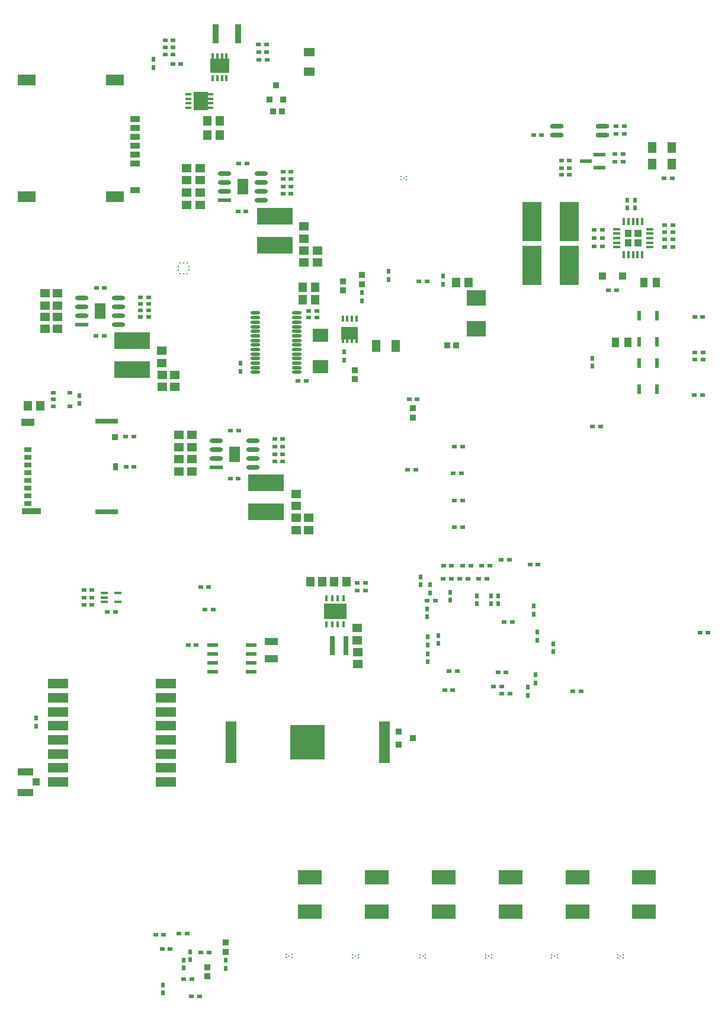
<source format=gbp>
G04*
G04 #@! TF.GenerationSoftware,Altium Limited,Altium Designer,24.0.1 (36)*
G04*
G04 Layer_Color=128*
%FSLAX42Y42*%
%MOMM*%
G71*
G04*
G04 #@! TF.SameCoordinates,E1E02590-05F2-4693-A132-99C86EA4FF08*
G04*
G04*
G04 #@! TF.FilePolarity,Positive*
G04*
G01*
G75*
%ADD23R,0.60X0.75*%
%ADD25R,0.85X0.95*%
%ADD26R,0.75X0.60*%
%ADD33R,0.95X0.85*%
%ADD34R,1.35X1.15*%
%ADD38R,0.81X0.36*%
%ADD39R,0.90X0.90*%
%ADD41R,0.90X0.90*%
%ADD42R,0.36X0.81*%
%ADD48R,1.65X1.20*%
%ADD52R,1.12X0.36*%
%ADD184C,0.25*%
%ADD185R,1.35X0.90*%
%ADD186R,2.61X1.56*%
%ADD187R,0.25X0.28*%
%ADD188R,0.28X0.25*%
%ADD189R,2.74X2.16*%
%ADD191R,3.51X2.07*%
%ADD192R,0.33X0.91*%
%ADD193R,0.80X2.70*%
%ADD194R,1.15X1.35*%
%ADD195O,1.40X0.45*%
%ADD196R,0.36X0.86*%
%ADD197R,1.27X1.78*%
%ADD198R,2.26X1.88*%
%ADD199R,3.00X1.40*%
%ADD200R,1.05X1.00*%
%ADD201R,0.55X1.40*%
G04:AMPARAMS|DCode=202|XSize=1.93mm|YSize=0.61mm|CornerRadius=0.31mm|HoleSize=0mm|Usage=FLASHONLY|Rotation=0.000|XOffset=0mm|YOffset=0mm|HoleType=Round|Shape=RoundedRectangle|*
%AMROUNDEDRECTD202*
21,1,1.93,0.00,0,0,0.0*
21,1,1.32,0.61,0,0,0.0*
1,1,0.61,0.66,0.00*
1,1,0.61,-0.66,0.00*
1,1,0.61,-0.66,0.00*
1,1,0.61,0.66,0.00*
%
%ADD202ROUNDEDRECTD202*%
%ADD203R,1.93X0.61*%
%ADD204R,5.10X2.35*%
%ADD205R,0.80X0.55*%
%ADD206R,1.10X0.70*%
%ADD207R,0.78X1.05*%
%ADD208R,0.93X0.90*%
%ADD209R,1.50X6.00*%
%ADD210R,1.14X1.47*%
G04:AMPARAMS|DCode=212|XSize=1.05mm|YSize=0.34mm|CornerRadius=0.04mm|HoleSize=0mm|Usage=FLASHONLY|Rotation=270.000|XOffset=0mm|YOffset=0mm|HoleType=Round|Shape=RoundedRectangle|*
%AMROUNDEDRECTD212*
21,1,1.05,0.25,0,0,270.0*
21,1,0.97,0.34,0,0,270.0*
1,1,0.09,-0.13,-0.48*
1,1,0.09,-0.13,0.48*
1,1,0.09,0.13,0.48*
1,1,0.09,0.13,-0.48*
%
%ADD212ROUNDEDRECTD212*%
%ADD214R,1.50X0.60*%
%ADD215O,1.95X0.65*%
G04:AMPARAMS|DCode=216|XSize=0.34mm|YSize=1.05mm|CornerRadius=0.04mm|HoleSize=0mm|Usage=FLASHONLY|Rotation=270.000|XOffset=0mm|YOffset=0mm|HoleType=Round|Shape=RoundedRectangle|*
%AMROUNDEDRECTD216*
21,1,0.34,0.97,0,0,270.0*
21,1,0.25,1.05,0,0,270.0*
1,1,0.09,-0.48,-0.13*
1,1,0.09,-0.48,0.13*
1,1,0.09,0.48,0.13*
1,1,0.09,0.48,-0.13*
%
%ADD216ROUNDEDRECTD216*%
%ADD217R,1.20X1.65*%
%ADD218R,2.70X5.60*%
%ADD219R,0.96X2.72*%
%ADD220R,1.70X0.60*%
%ADD221R,1.90X1.10*%
%ADD223R,3.23X2.31*%
%ADD224R,2.20X1.05*%
%ADD225R,3.33X0.70*%
%ADD226R,2.80X0.86*%
%ADD227R,1.83X1.14*%
%ADD228R,5.00X5.00*%
%ADD266R,1.61X2.25*%
%ADD267R,1.10X1.10*%
G36*
X3093Y13536D02*
X2824D01*
Y13736D01*
X3093D01*
Y13536D01*
D02*
G37*
G36*
X2789Y12997D02*
X2588D01*
Y13266D01*
X2789D01*
Y12997D01*
D02*
G37*
G36*
X8985Y11192D02*
X8885D01*
Y11292D01*
X8985D01*
Y11192D01*
D02*
G37*
G36*
X8846D02*
X8746D01*
Y11292D01*
X8846D01*
Y11192D01*
D02*
G37*
G36*
X8985Y11053D02*
X8885D01*
Y11153D01*
X8985D01*
Y11053D01*
D02*
G37*
G36*
X8846D02*
X8746D01*
Y11153D01*
X8846D01*
Y11053D01*
D02*
G37*
G36*
X4929Y9723D02*
X4698D01*
Y9903D01*
X4929D01*
Y9723D01*
D02*
G37*
G36*
X4758Y5731D02*
X4617D01*
Y5943D01*
X4758D01*
Y5731D01*
D02*
G37*
G36*
X4597D02*
X4455D01*
Y5943D01*
X4597D01*
Y5731D01*
D02*
G37*
D23*
X7365Y4754D02*
D03*
Y4639D02*
D03*
X5371Y10695D02*
D03*
Y10580D02*
D03*
X3046Y850D02*
D03*
Y735D02*
D03*
X7443Y5799D02*
D03*
Y5914D02*
D03*
X8287Y9339D02*
D03*
X6250Y6111D02*
D03*
X5965Y6101D02*
D03*
X8287Y9454D02*
D03*
X6834Y6060D02*
D03*
X4736Y9547D02*
D03*
X7469Y4930D02*
D03*
X5933Y5355D02*
D03*
X7500Y5426D02*
D03*
X7724Y5375D02*
D03*
X5965Y6216D02*
D03*
X332Y4199D02*
D03*
X954Y8924D02*
D03*
X6148Y10514D02*
D03*
X2144Y499D02*
D03*
X2440Y737D02*
D03*
X2535Y973D02*
D03*
X8890Y11717D02*
D03*
X2009Y13725D02*
D03*
X8890Y11602D02*
D03*
X8785D02*
D03*
Y11717D02*
D03*
X4736Y9432D02*
D03*
X2009Y13610D02*
D03*
X4991Y10389D02*
D03*
X2144Y384D02*
D03*
X2440Y852D02*
D03*
X2535Y858D02*
D03*
X332Y4314D02*
D03*
X7469Y4815D02*
D03*
X5933Y5470D02*
D03*
X5932Y5116D02*
D03*
X6085Y5493D02*
D03*
X5921Y5760D02*
D03*
X5831Y6332D02*
D03*
X6834Y5945D02*
D03*
X6941D02*
D03*
X6637Y5945D02*
D03*
X7500Y5541D02*
D03*
X7724Y5260D02*
D03*
X6148Y10629D02*
D03*
X6250Y5996D02*
D03*
X3253Y9382D02*
D03*
X4991Y10274D02*
D03*
X954Y8809D02*
D03*
X5932Y5231D02*
D03*
X6085Y5378D02*
D03*
X5921Y5875D02*
D03*
X5831Y6217D02*
D03*
X6941Y6060D02*
D03*
X6637Y6060D02*
D03*
X3253Y9267D02*
D03*
D25*
X6339Y9639D02*
D03*
X6208Y9640D02*
D03*
X3851Y12980D02*
D03*
X3720D02*
D03*
D26*
X2292Y13794D02*
D03*
X2177D02*
D03*
X2292Y13898D02*
D03*
X2177D02*
D03*
X2287Y13660D02*
D03*
X2402D02*
D03*
X2177Y14003D02*
D03*
X2292D02*
D03*
X2747Y5866D02*
D03*
X2862D02*
D03*
X2687Y6183D02*
D03*
X2802D02*
D03*
X6775Y6300D02*
D03*
X6660D02*
D03*
X7023Y5689D02*
D03*
X7138D02*
D03*
X9939Y5530D02*
D03*
X4923Y6247D02*
D03*
Y6133D02*
D03*
X8007Y4699D02*
D03*
X6428Y7042D02*
D03*
X6315Y7424D02*
D03*
X6413Y7808D02*
D03*
X9750Y9438D02*
D03*
X9746Y10050D02*
D03*
X9750Y9539D02*
D03*
X9744Y8930D02*
D03*
X6315Y8190D02*
D03*
X7051Y4969D02*
D03*
X7106Y4658D02*
D03*
X9824Y5530D02*
D03*
X4229Y10129D02*
D03*
X4230Y10035D02*
D03*
X4344Y10129D02*
D03*
X4345Y10035D02*
D03*
X6354Y4981D02*
D03*
X6819Y6494D02*
D03*
X6547D02*
D03*
X6270D02*
D03*
X6267Y6302D02*
D03*
X7096Y6573D02*
D03*
X5038Y6247D02*
D03*
X8287Y8481D02*
D03*
X8402D02*
D03*
X1824Y10141D02*
D03*
X1824Y10325D02*
D03*
X1824Y10232D02*
D03*
X1939Y10141D02*
D03*
X1939Y10048D02*
D03*
X1194Y10460D02*
D03*
X1193Y9777D02*
D03*
X1308D02*
D03*
X3976Y11911D02*
D03*
X3977Y11810D02*
D03*
X1727Y8335D02*
D03*
X1618Y7904D02*
D03*
X1612Y8335D02*
D03*
X3860Y7982D02*
D03*
X3860Y8081D02*
D03*
X5761Y7864D02*
D03*
X5646D02*
D03*
X5921Y10557D02*
D03*
X5806D02*
D03*
X2560Y581D02*
D03*
X2690Y964D02*
D03*
X2135Y1009D02*
D03*
X2493Y1234D02*
D03*
X2042Y1217D02*
D03*
X2553Y332D02*
D03*
X9435Y11358D02*
D03*
Y11047D02*
D03*
Y11151D02*
D03*
Y11255D02*
D03*
X8629Y10429D02*
D03*
X3626Y13940D02*
D03*
X3629Y13827D02*
D03*
X3633Y13718D02*
D03*
X7557Y12642D02*
D03*
X8623Y12666D02*
D03*
Y12768D02*
D03*
X9320Y11047D02*
D03*
X8428Y11292D02*
D03*
X9320Y11151D02*
D03*
Y11255D02*
D03*
X8428Y11057D02*
D03*
Y11174D02*
D03*
X9320Y11358D02*
D03*
X9427Y12029D02*
D03*
X7842Y12278D02*
D03*
X8725Y12371D02*
D03*
X8313Y11292D02*
D03*
Y11174D02*
D03*
Y11057D02*
D03*
X4195Y9133D02*
D03*
X8514Y10429D02*
D03*
X3518Y13718D02*
D03*
X7957Y12278D02*
D03*
Y12174D02*
D03*
X7957Y12076D02*
D03*
X8738Y12768D02*
D03*
X7842Y12174D02*
D03*
X8609Y12266D02*
D03*
X8610Y12371D02*
D03*
X3511Y13940D02*
D03*
X3514Y13827D02*
D03*
X3745Y8081D02*
D03*
X3861Y11911D02*
D03*
X3111Y8420D02*
D03*
X3745Y8190D02*
D03*
X3745Y8298D02*
D03*
X3109Y7731D02*
D03*
X3224D02*
D03*
X3862Y12123D02*
D03*
X3861Y12018D02*
D03*
X3219Y11555D02*
D03*
X3334D02*
D03*
X3977Y12123D02*
D03*
X5782Y8867D02*
D03*
X3230Y12239D02*
D03*
X1131Y6036D02*
D03*
X1132Y5934D02*
D03*
X1016Y6036D02*
D03*
Y6140D02*
D03*
X2623Y5357D02*
D03*
X2508D02*
D03*
X3745Y7982D02*
D03*
X7442Y12642D02*
D03*
X8738Y12666D02*
D03*
X7842Y12076D02*
D03*
X8724Y12266D02*
D03*
X9312Y12029D02*
D03*
X2378Y1234D02*
D03*
X2445Y581D02*
D03*
X2805Y964D02*
D03*
X2250Y1009D02*
D03*
X2157Y1217D02*
D03*
X3345Y12239D02*
D03*
X3976Y12018D02*
D03*
X6041Y5991D02*
D03*
X6175Y4708D02*
D03*
X6239Y4981D02*
D03*
X6874Y4765D02*
D03*
X6704Y6494D02*
D03*
X6432D02*
D03*
X6155D02*
D03*
X6152Y6302D02*
D03*
X6392Y6302D02*
D03*
X6981Y6573D02*
D03*
X7507Y6508D02*
D03*
X6991Y4658D02*
D03*
X5038Y6133D02*
D03*
X3862Y11810D02*
D03*
X1352Y5829D02*
D03*
X6313Y7042D02*
D03*
X6430Y7424D02*
D03*
X6298Y7808D02*
D03*
X6430Y8190D02*
D03*
X8122Y4699D02*
D03*
X9865Y9438D02*
D03*
X9861Y10050D02*
D03*
X9865Y9539D02*
D03*
X9859Y8930D02*
D03*
X4080Y9133D02*
D03*
X1309Y10460D02*
D03*
X1824Y10048D02*
D03*
X1939Y10232D02*
D03*
X3226Y8420D02*
D03*
X3860Y8190D02*
D03*
X5667Y8867D02*
D03*
X1017Y5934D02*
D03*
X1131Y6140D02*
D03*
X1467Y5829D02*
D03*
X1939Y10325D02*
D03*
X1733Y7904D02*
D03*
X2668Y332D02*
D03*
X5926Y5991D02*
D03*
X6290Y4708D02*
D03*
X6989Y4765D02*
D03*
X6507Y6302D02*
D03*
X7392Y6508D02*
D03*
X6936Y4969D02*
D03*
X3860Y8298D02*
D03*
D33*
X3046Y1103D02*
D03*
Y972D02*
D03*
X2781Y753D02*
D03*
X5715Y8738D02*
D03*
X4892Y9287D02*
D03*
X4991Y10512D02*
D03*
X4716Y10423D02*
D03*
X2781Y622D02*
D03*
X5715Y8607D02*
D03*
X4892Y9156D02*
D03*
X4991Y10643D02*
D03*
X4716Y10554D02*
D03*
D34*
X4928Y5257D02*
D03*
X4927Y5423D02*
D03*
X4164Y10998D02*
D03*
X4164Y11164D02*
D03*
X4357Y10998D02*
D03*
X2560Y8013D02*
D03*
X2558Y8187D02*
D03*
X2374D02*
D03*
X2375Y8013D02*
D03*
X2485Y11820D02*
D03*
X2679Y11999D02*
D03*
X2680Y11820D02*
D03*
X2483Y11999D02*
D03*
X458Y10050D02*
D03*
X638D02*
D03*
X459Y10209D02*
D03*
X639D02*
D03*
X2560Y7838D02*
D03*
X2558Y8362D02*
D03*
X2374D02*
D03*
X2375Y7838D02*
D03*
X4164Y10823D02*
D03*
X4164Y11339D02*
D03*
X4357Y10823D02*
D03*
X2485Y11645D02*
D03*
X2679Y12174D02*
D03*
X4928Y5082D02*
D03*
X4927Y5598D02*
D03*
X4051Y7000D02*
D03*
X2680Y11645D02*
D03*
X2483Y12174D02*
D03*
X2132Y9561D02*
D03*
X2312Y9045D02*
D03*
X2134D02*
D03*
X458Y9875D02*
D03*
X638D02*
D03*
X459Y10384D02*
D03*
X639D02*
D03*
X4051Y7516D02*
D03*
X4230Y7000D02*
D03*
X2132Y9386D02*
D03*
X2312Y9220D02*
D03*
X2134D02*
D03*
X4051Y7175D02*
D03*
X4051Y7341D02*
D03*
X4230Y7175D02*
D03*
D38*
X2507Y13229D02*
D03*
X2827Y13034D02*
D03*
Y13099D02*
D03*
Y13164D02*
D03*
Y13229D02*
D03*
X2507Y13034D02*
D03*
Y13099D02*
D03*
Y13164D02*
D03*
D39*
X5517Y3932D02*
D03*
X5715Y4029D02*
D03*
X5517Y4122D02*
D03*
D41*
X3861Y13157D02*
D03*
X3764Y13355D02*
D03*
X3671Y13157D02*
D03*
D42*
X2861Y13774D02*
D03*
X2926D02*
D03*
X2991D02*
D03*
X3056D02*
D03*
X2861Y13454D02*
D03*
X3056D02*
D03*
X2991D02*
D03*
X2926D02*
D03*
D48*
X4236Y13832D02*
D03*
Y13552D02*
D03*
D52*
X1308Y6036D02*
D03*
Y6102D02*
D03*
X1501D02*
D03*
Y5970D02*
D03*
X1308D02*
D03*
D184*
X5588Y12030D02*
D03*
X5548Y12010D02*
D03*
Y12050D02*
D03*
X5628Y12010D02*
D03*
Y12050D02*
D03*
X8726Y929D02*
D03*
Y889D02*
D03*
X7783Y929D02*
D03*
Y889D02*
D03*
X6842Y929D02*
D03*
Y889D02*
D03*
X5900Y929D02*
D03*
Y889D02*
D03*
X8646Y929D02*
D03*
Y889D02*
D03*
X7703Y929D02*
D03*
Y889D02*
D03*
X4939Y929D02*
D03*
Y889D02*
D03*
X3990Y933D02*
D03*
Y893D02*
D03*
X7743Y909D02*
D03*
X5860D02*
D03*
X4899D02*
D03*
X3950Y913D02*
D03*
X8686Y909D02*
D03*
X6802D02*
D03*
X6762Y929D02*
D03*
Y889D02*
D03*
X5820Y929D02*
D03*
Y889D02*
D03*
X4859Y929D02*
D03*
Y889D02*
D03*
X3910Y933D02*
D03*
Y893D02*
D03*
D185*
X1747Y12745D02*
D03*
Y12491D02*
D03*
Y12364D02*
D03*
Y12237D02*
D03*
Y11856D02*
D03*
Y12618D02*
D03*
Y12872D02*
D03*
D186*
X1459Y13430D02*
D03*
X196D02*
D03*
Y11762D02*
D03*
X1459D02*
D03*
D187*
X2491Y10817D02*
D03*
X2441D02*
D03*
X2391D02*
D03*
Y10665D02*
D03*
X2441D02*
D03*
X2491D02*
D03*
D188*
X2364Y10766D02*
D03*
Y10716D02*
D03*
X2517D02*
D03*
Y10766D02*
D03*
D189*
X6629Y10317D02*
D03*
Y9875D02*
D03*
D191*
X5201Y1544D02*
D03*
Y2039D02*
D03*
X8069Y1544D02*
D03*
X7113D02*
D03*
X9025D02*
D03*
X4245D02*
D03*
X6157D02*
D03*
X8069Y2039D02*
D03*
X4245D02*
D03*
X6157D02*
D03*
X7113D02*
D03*
X9025D02*
D03*
D192*
X4647Y6026D02*
D03*
X4567Y5648D02*
D03*
X4647D02*
D03*
X4567Y6026D02*
D03*
X4487D02*
D03*
Y5648D02*
D03*
X4727D02*
D03*
Y6026D02*
D03*
D193*
X4568Y5347D02*
D03*
X4758D02*
D03*
D194*
X4143Y10473D02*
D03*
Y10295D02*
D03*
X4318Y10473D02*
D03*
Y10295D02*
D03*
X6514Y10539D02*
D03*
X6339D02*
D03*
X391Y8774D02*
D03*
X2781Y12648D02*
D03*
Y12851D02*
D03*
X4426Y6260D02*
D03*
X4592Y6259D02*
D03*
X2956Y12648D02*
D03*
Y12851D02*
D03*
X216Y8774D02*
D03*
X4251Y6260D02*
D03*
X4767Y6259D02*
D03*
D195*
X4061Y9906D02*
D03*
Y10101D02*
D03*
Y10036D02*
D03*
Y9971D02*
D03*
Y9256D02*
D03*
X3471Y9386D02*
D03*
Y9451D02*
D03*
Y9646D02*
D03*
Y9711D02*
D03*
Y9906D02*
D03*
Y9971D02*
D03*
X4061Y9841D02*
D03*
Y9646D02*
D03*
Y9581D02*
D03*
Y9451D02*
D03*
X3471Y9256D02*
D03*
Y9321D02*
D03*
X4061Y9516D02*
D03*
Y9321D02*
D03*
Y9386D02*
D03*
Y9711D02*
D03*
Y9776D02*
D03*
X3471Y10101D02*
D03*
Y10036D02*
D03*
Y9841D02*
D03*
Y9776D02*
D03*
Y9581D02*
D03*
Y9516D02*
D03*
D196*
X4911Y10023D02*
D03*
X4716D02*
D03*
X4781D02*
D03*
X4846D02*
D03*
X4911Y9713D02*
D03*
X4846D02*
D03*
X4781D02*
D03*
X4716D02*
D03*
D197*
X5476Y9627D02*
D03*
X5192D02*
D03*
D198*
X4399Y9780D02*
D03*
Y9338D02*
D03*
D199*
X2190Y4201D02*
D03*
Y4401D02*
D03*
Y4601D02*
D03*
Y4001D02*
D03*
Y3801D02*
D03*
X650Y3401D02*
D03*
Y4201D02*
D03*
X2190Y4801D02*
D03*
Y3401D02*
D03*
X650Y3601D02*
D03*
Y4801D02*
D03*
Y4601D02*
D03*
Y4401D02*
D03*
Y4001D02*
D03*
Y3801D02*
D03*
X2190Y3601D02*
D03*
D200*
X336Y3398D02*
D03*
D201*
X9208Y9013D02*
D03*
X8954Y9383D02*
D03*
X9208Y9689D02*
D03*
X8954Y10059D02*
D03*
Y9689D02*
D03*
Y9013D02*
D03*
X9208Y10059D02*
D03*
Y9383D02*
D03*
D202*
X1513Y10192D02*
D03*
Y10319D02*
D03*
X985D02*
D03*
X1513Y9938D02*
D03*
X3433Y8148D02*
D03*
X3554Y11969D02*
D03*
X2904Y8275D02*
D03*
X3433D02*
D03*
Y7894D02*
D03*
X3554Y12096D02*
D03*
Y11715D02*
D03*
X3026Y12096D02*
D03*
Y11842D02*
D03*
Y11969D02*
D03*
X2904Y8148D02*
D03*
Y8021D02*
D03*
X985Y10192D02*
D03*
Y10065D02*
D03*
X3554Y11842D02*
D03*
X3433Y8021D02*
D03*
X1513Y10065D02*
D03*
D203*
X985Y9938D02*
D03*
X2904Y7894D02*
D03*
X3026Y11715D02*
D03*
D204*
X1702Y9707D02*
D03*
X3619Y7675D02*
D03*
X3746Y11485D02*
D03*
Y11070D02*
D03*
X1702Y9292D02*
D03*
X3619Y7260D02*
D03*
D205*
X577Y8770D02*
D03*
X817Y8960D02*
D03*
X577Y8865D02*
D03*
X817Y8770D02*
D03*
X577Y8960D02*
D03*
D206*
X217Y7820D02*
D03*
Y8040D02*
D03*
Y8150D02*
D03*
Y7380D02*
D03*
Y7490D02*
D03*
Y7930D02*
D03*
Y7710D02*
D03*
Y7600D02*
D03*
D207*
X1471Y7902D02*
D03*
D208*
X1463Y8329D02*
D03*
D209*
X5313Y3971D02*
D03*
X3116D02*
D03*
D210*
X8615Y9683D02*
D03*
X8793D02*
D03*
X9200Y10536D02*
D03*
X9022D02*
D03*
D212*
X8996Y11409D02*
D03*
X8931D02*
D03*
X8866D02*
D03*
X8801D02*
D03*
X8736D02*
D03*
X8866Y10937D02*
D03*
X8931D02*
D03*
X8996D02*
D03*
X8801D02*
D03*
X8736D02*
D03*
D214*
X2857Y4971D02*
D03*
X2857Y5098D02*
D03*
X3407D02*
D03*
Y5225D02*
D03*
Y5352D02*
D03*
X2857Y5352D02*
D03*
X3407Y4971D02*
D03*
X2857Y5225D02*
D03*
D215*
X7775Y12642D02*
D03*
X8430D02*
D03*
Y12769D02*
D03*
X7775D02*
D03*
D216*
X9102Y11108D02*
D03*
X8630Y11238D02*
D03*
X9102Y11173D02*
D03*
Y11238D02*
D03*
X8630Y11108D02*
D03*
Y11173D02*
D03*
X9102Y11303D02*
D03*
Y11043D02*
D03*
X8630D02*
D03*
Y11303D02*
D03*
D217*
X9421Y12464D02*
D03*
Y12232D02*
D03*
X9141Y12464D02*
D03*
Y12232D02*
D03*
D218*
X7951Y11412D02*
D03*
Y10786D02*
D03*
X7421Y11412D02*
D03*
Y10786D02*
D03*
D219*
X3223Y14097D02*
D03*
X2898D02*
D03*
D220*
X8188Y12272D02*
D03*
X8388Y12367D02*
D03*
Y12177D02*
D03*
D221*
X3695Y5163D02*
D03*
Y5403D02*
D03*
D223*
X4607Y5837D02*
D03*
D224*
X184Y3251D02*
D03*
Y3546D02*
D03*
D225*
X1343Y7264D02*
D03*
Y8560D02*
D03*
D226*
X267Y7272D02*
D03*
D227*
X218Y8538D02*
D03*
D228*
X4215Y3971D02*
D03*
D266*
X1249Y10129D02*
D03*
X3169Y8084D02*
D03*
X3290Y11905D02*
D03*
D267*
X8712Y10630D02*
D03*
X8432D02*
D03*
M02*

</source>
